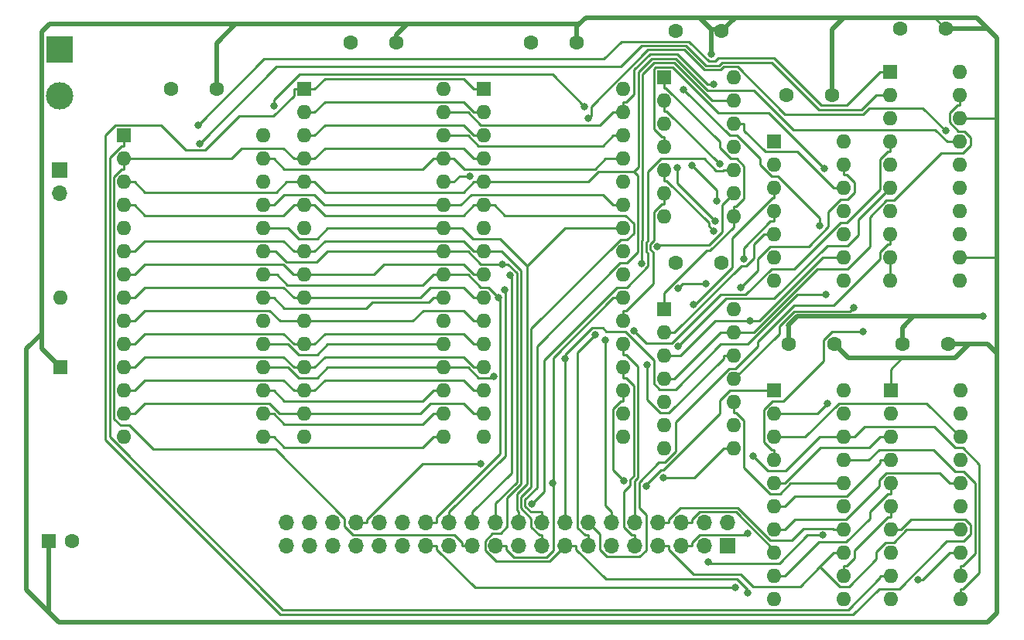
<source format=gbr>
%TF.GenerationSoftware,KiCad,Pcbnew,7.0.10*%
%TF.CreationDate,2024-01-08T21:25:52+01:00*%
%TF.ProjectId,p2000t-ram-expansion-board-1056kb,70323030-3074-42d7-9261-6d2d65787061,rev?*%
%TF.SameCoordinates,Original*%
%TF.FileFunction,Copper,L2,Bot*%
%TF.FilePolarity,Positive*%
%FSLAX46Y46*%
G04 Gerber Fmt 4.6, Leading zero omitted, Abs format (unit mm)*
G04 Created by KiCad (PCBNEW 7.0.10) date 2024-01-08 21:25:52*
%MOMM*%
%LPD*%
G01*
G04 APERTURE LIST*
%TA.AperFunction,ComponentPad*%
%ADD10C,1.600000*%
%TD*%
%TA.AperFunction,ComponentPad*%
%ADD11R,1.600000X1.600000*%
%TD*%
%TA.AperFunction,ComponentPad*%
%ADD12O,1.600000X1.600000*%
%TD*%
%TA.AperFunction,ComponentPad*%
%ADD13R,1.700000X1.700000*%
%TD*%
%TA.AperFunction,ComponentPad*%
%ADD14O,1.700000X1.700000*%
%TD*%
%TA.AperFunction,ComponentPad*%
%ADD15R,3.000000X3.000000*%
%TD*%
%TA.AperFunction,ComponentPad*%
%ADD16C,3.000000*%
%TD*%
%TA.AperFunction,ViaPad*%
%ADD17C,0.800000*%
%TD*%
%TA.AperFunction,Conductor*%
%ADD18C,0.250000*%
%TD*%
%TA.AperFunction,Conductor*%
%ADD19C,0.500000*%
%TD*%
G04 APERTURE END LIST*
D10*
%TO.P,C1,1*%
%TO.N,+5V*%
X43140000Y-30480000D03*
%TO.P,C1,2*%
%TO.N,GND*%
X38140000Y-30480000D03*
%TD*%
D11*
%TO.P,U5,1,G*%
%TO.N,~{IORQ}*%
X116840000Y-28575000D03*
D12*
%TO.P,U5,2,P0*%
%TO.N,A0*%
X116840000Y-31115000D03*
%TO.P,U5,3,R0*%
%TO.N,GND*%
X116840000Y-33655000D03*
%TO.P,U5,4,P1*%
%TO.N,A1*%
X116840000Y-36195000D03*
%TO.P,U5,5,R1*%
%TO.N,GND*%
X116840000Y-38735000D03*
%TO.P,U5,6,P2*%
%TO.N,A2*%
X116840000Y-41275000D03*
%TO.P,U5,7,R2*%
%TO.N,+5V*%
X116840000Y-43815000D03*
%TO.P,U5,8,P3*%
%TO.N,A3*%
X116840000Y-46355000D03*
%TO.P,U5,9,R3*%
%TO.N,GND*%
X116840000Y-48895000D03*
%TO.P,U5,10,GND*%
X116840000Y-51435000D03*
%TO.P,U5,11,P4*%
%TO.N,A4*%
X124460000Y-51435000D03*
%TO.P,U5,12,R4*%
%TO.N,+5V*%
X124460000Y-48895000D03*
%TO.P,U5,13,P5*%
%TO.N,A5*%
X124460000Y-46355000D03*
%TO.P,U5,14,R5*%
%TO.N,GND*%
X124460000Y-43815000D03*
%TO.P,U5,15,P6*%
%TO.N,A6*%
X124460000Y-41275000D03*
%TO.P,U5,16,R6*%
%TO.N,GND*%
X124460000Y-38735000D03*
%TO.P,U5,17,P7*%
%TO.N,A7*%
X124460000Y-36195000D03*
%TO.P,U5,18,R7*%
%TO.N,+5V*%
X124460000Y-33655000D03*
%TO.P,U5,19,P=R*%
%TO.N,~{P=R}*%
X124460000Y-31115000D03*
%TO.P,U5,20,VCC*%
%TO.N,+5V*%
X124460000Y-28575000D03*
%TD*%
D11*
%TO.P,U2,1,A18*%
%TO.N,S5*%
X52705000Y-30480000D03*
D12*
%TO.P,U2,2,A16*%
%TO.N,S3*%
X52705000Y-33020000D03*
%TO.P,U2,3,A14*%
%TO.N,S1*%
X52705000Y-35560000D03*
%TO.P,U2,4,A12*%
%TO.N,A12*%
X52705000Y-38100000D03*
%TO.P,U2,5,A7*%
%TO.N,A7*%
X52705000Y-40640000D03*
%TO.P,U2,6,A6*%
%TO.N,A6*%
X52705000Y-43180000D03*
%TO.P,U2,7,A5*%
%TO.N,A5*%
X52705000Y-45720000D03*
%TO.P,U2,8,A4*%
%TO.N,A4*%
X52705000Y-48260000D03*
%TO.P,U2,9,A3*%
%TO.N,A3*%
X52705000Y-50800000D03*
%TO.P,U2,10,A2*%
%TO.N,A2*%
X52705000Y-53340000D03*
%TO.P,U2,11,A1*%
%TO.N,A1*%
X52705000Y-55880000D03*
%TO.P,U2,12,A0*%
%TO.N,A0*%
X52705000Y-58420000D03*
%TO.P,U2,13,DQ0*%
%TO.N,D0*%
X52705000Y-60960000D03*
%TO.P,U2,14,DQ1*%
%TO.N,D1*%
X52705000Y-63500000D03*
%TO.P,U2,15,DQ2*%
%TO.N,D2*%
X52705000Y-66040000D03*
%TO.P,U2,16,VSS*%
%TO.N,GND*%
X52705000Y-68580000D03*
%TO.P,U2,17,DQ3*%
%TO.N,D3*%
X67945000Y-68580000D03*
%TO.P,U2,18,DQ4*%
%TO.N,D4*%
X67945000Y-66040000D03*
%TO.P,U2,19,DQ5*%
%TO.N,D5*%
X67945000Y-63500000D03*
%TO.P,U2,20,DQ6*%
%TO.N,D6*%
X67945000Y-60960000D03*
%TO.P,U2,21,DQ7*%
%TO.N,D7*%
X67945000Y-58420000D03*
%TO.P,U2,22,CE#*%
%TO.N,~{CS1}*%
X67945000Y-55880000D03*
%TO.P,U2,23,A10*%
%TO.N,A10*%
X67945000Y-53340000D03*
%TO.P,U2,24,OE#*%
%TO.N,~{RD}*%
X67945000Y-50800000D03*
%TO.P,U2,25,A11*%
%TO.N,A11*%
X67945000Y-48260000D03*
%TO.P,U2,26,A9*%
%TO.N,A9*%
X67945000Y-45720000D03*
%TO.P,U2,27,A8*%
%TO.N,A8*%
X67945000Y-43180000D03*
%TO.P,U2,28,A13*%
%TO.N,S0*%
X67945000Y-40640000D03*
%TO.P,U2,29,WE#*%
%TO.N,~{WR}*%
X67945000Y-38100000D03*
%TO.P,U2,30,A17*%
%TO.N,S4*%
X67945000Y-35560000D03*
%TO.P,U2,31,A15*%
%TO.N,S2*%
X67945000Y-33020000D03*
%TO.P,U2,32,VCC*%
%TO.N,+5V*%
X67945000Y-30480000D03*
%TD*%
D10*
%TO.P,C9,1*%
%TO.N,+5V*%
X98345000Y-24130000D03*
%TO.P,C9,2*%
%TO.N,GND*%
X93345000Y-24130000D03*
%TD*%
%TO.P,C2,1*%
%TO.N,+5V*%
X122896000Y-23876000D03*
%TO.P,C2,2*%
%TO.N,GND*%
X117896000Y-23876000D03*
%TD*%
D11*
%TO.P,D1,1,K*%
%TO.N,+5V*%
X26075000Y-60960000D03*
D12*
%TO.P,D1,2,A*%
%TO.N,VCC*%
X26075000Y-53340000D03*
%TD*%
D10*
%TO.P,C5,1*%
%TO.N,+5V*%
X82510000Y-25400000D03*
%TO.P,C5,2*%
%TO.N,GND*%
X77510000Y-25400000D03*
%TD*%
%TO.P,C6,1*%
%TO.N,+5V*%
X62825000Y-25400000D03*
%TO.P,C6,2*%
%TO.N,GND*%
X57825000Y-25400000D03*
%TD*%
D11*
%TO.P,U1,1*%
%TO.N,GND*%
X104140000Y-36195000D03*
D12*
%TO.P,U1,2*%
%TO.N,unconnected-(U1-Pad2)*%
X104140000Y-38735000D03*
%TO.P,U1,3*%
%TO.N,Net-(U1-Pad3)*%
X104140000Y-41275000D03*
%TO.P,U1,4*%
%TO.N,Net-(U7-Cp)*%
X104140000Y-43815000D03*
%TO.P,U1,5*%
%TO.N,~{REN}*%
X104140000Y-46355000D03*
%TO.P,U1,6*%
%TO.N,Net-(U1-Pad6)*%
X104140000Y-48895000D03*
%TO.P,U1,7,GND*%
%TO.N,GND*%
X104140000Y-51435000D03*
%TO.P,U1,8*%
%TO.N,Net-(U1-Pad8)*%
X111760000Y-51435000D03*
%TO.P,U1,9*%
%TO.N,Net-(U1-Pad9)*%
X111760000Y-48895000D03*
%TO.P,U1,10*%
%TO.N,unconnected-(U1-Pad10)*%
X111760000Y-46355000D03*
%TO.P,U1,11*%
%TO.N,GND*%
X111760000Y-43815000D03*
%TO.P,U1,12*%
%TO.N,Net-(U1-Pad12)*%
X111760000Y-41275000D03*
%TO.P,U1,13*%
%TO.N,~{MRQ}*%
X111760000Y-38735000D03*
%TO.P,U1,14,VCC*%
%TO.N,+5V*%
X111760000Y-36195000D03*
%TD*%
D10*
%TO.P,C7,1*%
%TO.N,+5V*%
X110450000Y-31115000D03*
%TO.P,C7,2*%
%TO.N,GND*%
X105450000Y-31115000D03*
%TD*%
D11*
%TO.P,U8,1,A->B*%
%TO.N,+5V*%
X116850000Y-63500000D03*
D12*
%TO.P,U8,2,A0*%
%TO.N,S0*%
X116850000Y-66040000D03*
%TO.P,U8,3,A1*%
%TO.N,S1*%
X116850000Y-68580000D03*
%TO.P,U8,4,A2*%
%TO.N,S2*%
X116850000Y-71120000D03*
%TO.P,U8,5,A3*%
%TO.N,S3*%
X116850000Y-73660000D03*
%TO.P,U8,6,A4*%
%TO.N,S4*%
X116850000Y-76200000D03*
%TO.P,U8,7,A5*%
%TO.N,S5*%
X116850000Y-78740000D03*
%TO.P,U8,8,A6*%
%TO.N,S6*%
X116850000Y-81280000D03*
%TO.P,U8,9,A7*%
%TO.N,S7*%
X116850000Y-83820000D03*
%TO.P,U8,10,GND*%
%TO.N,GND*%
X116850000Y-86360000D03*
%TO.P,U8,11,B7*%
%TO.N,D7*%
X124470000Y-86360000D03*
%TO.P,U8,12,B6*%
%TO.N,D6*%
X124470000Y-83820000D03*
%TO.P,U8,13,B5*%
%TO.N,D5*%
X124470000Y-81280000D03*
%TO.P,U8,14,B4*%
%TO.N,D4*%
X124470000Y-78740000D03*
%TO.P,U8,15,B3*%
%TO.N,D3*%
X124470000Y-76200000D03*
%TO.P,U8,16,B2*%
%TO.N,D2*%
X124470000Y-73660000D03*
%TO.P,U8,17,B1*%
%TO.N,D1*%
X124470000Y-71120000D03*
%TO.P,U8,18,B0*%
%TO.N,D0*%
X124470000Y-68580000D03*
%TO.P,U8,19,CE*%
%TO.N,Net-(U8-CE)*%
X124470000Y-66040000D03*
%TO.P,U8,20,VCC*%
%TO.N,+5V*%
X124470000Y-63500000D03*
%TD*%
D11*
%TO.P,U9,1,A18*%
%TO.N,S5*%
X72385000Y-30480000D03*
D12*
%TO.P,U9,2,A16*%
%TO.N,S3*%
X72385000Y-33020000D03*
%TO.P,U9,3,A14*%
%TO.N,S1*%
X72385000Y-35560000D03*
%TO.P,U9,4,A12*%
%TO.N,A12*%
X72385000Y-38100000D03*
%TO.P,U9,5,A7*%
%TO.N,A7*%
X72385000Y-40640000D03*
%TO.P,U9,6,A6*%
%TO.N,A6*%
X72385000Y-43180000D03*
%TO.P,U9,7,A5*%
%TO.N,A5*%
X72385000Y-45720000D03*
%TO.P,U9,8,A4*%
%TO.N,A4*%
X72385000Y-48260000D03*
%TO.P,U9,9,A3*%
%TO.N,A3*%
X72385000Y-50800000D03*
%TO.P,U9,10,A2*%
%TO.N,A2*%
X72385000Y-53340000D03*
%TO.P,U9,11,A1*%
%TO.N,A1*%
X72385000Y-55880000D03*
%TO.P,U9,12,A0*%
%TO.N,A0*%
X72385000Y-58420000D03*
%TO.P,U9,13,DQ0*%
%TO.N,D0*%
X72385000Y-60960000D03*
%TO.P,U9,14,DQ1*%
%TO.N,D1*%
X72385000Y-63500000D03*
%TO.P,U9,15,DQ2*%
%TO.N,D2*%
X72385000Y-66040000D03*
%TO.P,U9,16,VSS*%
%TO.N,GND*%
X72385000Y-68580000D03*
%TO.P,U9,17,DQ3*%
%TO.N,D3*%
X87625000Y-68580000D03*
%TO.P,U9,18,DQ4*%
%TO.N,D4*%
X87625000Y-66040000D03*
%TO.P,U9,19,DQ5*%
%TO.N,D5*%
X87625000Y-63500000D03*
%TO.P,U9,20,DQ6*%
%TO.N,D6*%
X87625000Y-60960000D03*
%TO.P,U9,21,DQ7*%
%TO.N,D7*%
X87625000Y-58420000D03*
%TO.P,U9,22,CE#*%
%TO.N,~{CS2}*%
X87625000Y-55880000D03*
%TO.P,U9,23,A10*%
%TO.N,A10*%
X87625000Y-53340000D03*
%TO.P,U9,24,OE#*%
%TO.N,~{RD}*%
X87625000Y-50800000D03*
%TO.P,U9,25,A11*%
%TO.N,A11*%
X87625000Y-48260000D03*
%TO.P,U9,26,A9*%
%TO.N,A9*%
X87625000Y-45720000D03*
%TO.P,U9,27,A8*%
%TO.N,A8*%
X87625000Y-43180000D03*
%TO.P,U9,28,A13*%
%TO.N,S0*%
X87625000Y-40640000D03*
%TO.P,U9,29,WE#*%
%TO.N,~{WR}*%
X87625000Y-38100000D03*
%TO.P,U9,30,A17*%
%TO.N,S4*%
X87625000Y-35560000D03*
%TO.P,U9,31,A15*%
%TO.N,S2*%
X87625000Y-33020000D03*
%TO.P,U9,32,VCC*%
%TO.N,+5V*%
X87625000Y-30480000D03*
%TD*%
D11*
%TO.P,C3,1*%
%TO.N,+5V*%
X24805000Y-80010000D03*
D10*
%TO.P,C3,2*%
%TO.N,GND*%
X27305000Y-80010000D03*
%TD*%
%TO.P,C10,1*%
%TO.N,+5V*%
X110704000Y-58420000D03*
%TO.P,C10,2*%
%TO.N,GND*%
X105704000Y-58420000D03*
%TD*%
%TO.P,C4,1*%
%TO.N,+5V*%
X98385000Y-49530000D03*
%TO.P,C4,2*%
%TO.N,GND*%
X93385000Y-49530000D03*
%TD*%
D11*
%TO.P,U4,1,A14*%
%TO.N,S7*%
X33015000Y-35560000D03*
D12*
%TO.P,U4,2,A12*%
%TO.N,A12*%
X33015000Y-38100000D03*
%TO.P,U4,3,A7*%
%TO.N,A7*%
X33015000Y-40640000D03*
%TO.P,U4,4,A6*%
%TO.N,A6*%
X33015000Y-43180000D03*
%TO.P,U4,5,A5*%
%TO.N,A5*%
X33015000Y-45720000D03*
%TO.P,U4,6,A4*%
%TO.N,A4*%
X33015000Y-48260000D03*
%TO.P,U4,7,A3*%
%TO.N,A3*%
X33015000Y-50800000D03*
%TO.P,U4,8,A2*%
%TO.N,A2*%
X33015000Y-53340000D03*
%TO.P,U4,9,A1*%
%TO.N,A1*%
X33015000Y-55880000D03*
%TO.P,U4,10,A0*%
%TO.N,A0*%
X33015000Y-58420000D03*
%TO.P,U4,11,Q0*%
%TO.N,D0*%
X33015000Y-60960000D03*
%TO.P,U4,12,Q1*%
%TO.N,D1*%
X33015000Y-63500000D03*
%TO.P,U4,13,Q2*%
%TO.N,D2*%
X33015000Y-66040000D03*
%TO.P,U4,14,GND*%
%TO.N,GND*%
X33015000Y-68580000D03*
%TO.P,U4,15,Q3*%
%TO.N,D3*%
X48255000Y-68580000D03*
%TO.P,U4,16,Q4*%
%TO.N,D4*%
X48255000Y-66040000D03*
%TO.P,U4,17,Q5*%
%TO.N,D5*%
X48255000Y-63500000D03*
%TO.P,U4,18,Q6*%
%TO.N,D6*%
X48255000Y-60960000D03*
%TO.P,U4,19,Q7*%
%TO.N,D7*%
X48255000Y-58420000D03*
%TO.P,U4,20,~{CS}*%
%TO.N,~{CS3}*%
X48255000Y-55880000D03*
%TO.P,U4,21,A10*%
%TO.N,A10*%
X48255000Y-53340000D03*
%TO.P,U4,22,~{OE}*%
%TO.N,~{RD}*%
X48255000Y-50800000D03*
%TO.P,U4,23,A11*%
%TO.N,A11*%
X48255000Y-48260000D03*
%TO.P,U4,24,A9*%
%TO.N,A9*%
X48255000Y-45720000D03*
%TO.P,U4,25,A8*%
%TO.N,A8*%
X48255000Y-43180000D03*
%TO.P,U4,26,A13*%
%TO.N,A13*%
X48255000Y-40640000D03*
%TO.P,U4,27,~{WE}*%
%TO.N,~{WR}*%
X48255000Y-38100000D03*
%TO.P,U4,28,VCC*%
%TO.N,+5V*%
X48255000Y-35560000D03*
%TD*%
D13*
%TO.P,J2,1,Pin_1*%
%TO.N,GND*%
X25925000Y-39380000D03*
D14*
%TO.P,J2,2,Pin_2*%
%TO.N,VCC*%
X25925000Y-41920000D03*
%TD*%
D11*
%TO.P,U6,1*%
%TO.N,Net-(U3-Pad1)*%
X92085000Y-54605000D03*
D12*
%TO.P,U6,2*%
%TO.N,~{REN}*%
X92085000Y-57145000D03*
%TO.P,U6,3*%
%TO.N,Net-(U1-Pad9)*%
X92085000Y-59685000D03*
%TO.P,U6,4*%
%TO.N,~{P=R}*%
X92085000Y-62225000D03*
%TO.P,U6,5*%
%TO.N,~{WR}*%
X92085000Y-64765000D03*
%TO.P,U6,6*%
%TO.N,Net-(U1-Pad3)*%
X92085000Y-67305000D03*
%TO.P,U6,7,GND*%
%TO.N,GND*%
X92085000Y-69845000D03*
%TO.P,U6,8*%
%TO.N,~{CS1}*%
X99705000Y-69845000D03*
%TO.P,U6,9*%
%TO.N,Net-(U1-Pad9)*%
X99705000Y-67305000D03*
%TO.P,U6,10*%
%TO.N,S6*%
X99705000Y-64765000D03*
%TO.P,U6,11*%
%TO.N,Net-(U8-CE)*%
X99705000Y-62225000D03*
%TO.P,U6,12*%
%TO.N,~{RD}*%
X99705000Y-59685000D03*
%TO.P,U6,13*%
%TO.N,~{P=R}*%
X99705000Y-57145000D03*
%TO.P,U6,14,VCC*%
%TO.N,+5V*%
X99705000Y-54605000D03*
%TD*%
D10*
%TO.P,C8,1*%
%TO.N,+5V*%
X123150000Y-58420000D03*
%TO.P,C8,2*%
%TO.N,GND*%
X118150000Y-58420000D03*
%TD*%
D15*
%TO.P,J3,1,Pin_1*%
%TO.N,GND*%
X25925000Y-26172000D03*
D16*
%TO.P,J3,2,Pin_2*%
%TO.N,VCC*%
X25925000Y-31252000D03*
%TD*%
D11*
%TO.P,U3,1*%
%TO.N,Net-(U3-Pad1)*%
X92075000Y-29210000D03*
D12*
%TO.P,U3,2*%
%TO.N,Net-(U1-Pad6)*%
X92075000Y-31750000D03*
%TO.P,U3,3*%
%TO.N,~{CS3}*%
X92075000Y-34290000D03*
%TO.P,U3,4*%
%TO.N,Net-(U1-Pad8)*%
X92075000Y-36830000D03*
%TO.P,U3,5*%
%TO.N,S6*%
X92075000Y-39370000D03*
%TO.P,U3,6*%
%TO.N,~{CS2}*%
X92075000Y-41910000D03*
%TO.P,U3,7,GND*%
%TO.N,GND*%
X92075000Y-44450000D03*
%TO.P,U3,8*%
%TO.N,Net-(U3-Pad1)*%
X99695000Y-44450000D03*
%TO.P,U3,9*%
%TO.N,A13*%
X99695000Y-41910000D03*
%TO.P,U3,10*%
%TO.N,A14*%
X99695000Y-39370000D03*
%TO.P,U3,11*%
%TO.N,~{REN}*%
X99695000Y-36830000D03*
%TO.P,U3,12*%
%TO.N,Net-(U1-Pad12)*%
X99695000Y-34290000D03*
%TO.P,U3,13*%
%TO.N,RAMS2*%
X99695000Y-31750000D03*
%TO.P,U3,14,VCC*%
%TO.N,+5V*%
X99695000Y-29210000D03*
%TD*%
D11*
%TO.P,U7,1,~{Mr}*%
%TO.N,~{RES}*%
X104140000Y-63500000D03*
D12*
%TO.P,U7,2,Q0*%
%TO.N,S0*%
X104140000Y-66040000D03*
%TO.P,U7,3,D0*%
%TO.N,D0*%
X104140000Y-68580000D03*
%TO.P,U7,4,D1*%
%TO.N,D1*%
X104140000Y-71120000D03*
%TO.P,U7,5,Q1*%
%TO.N,S1*%
X104140000Y-73660000D03*
%TO.P,U7,6,Q2*%
%TO.N,S2*%
X104140000Y-76200000D03*
%TO.P,U7,7,D2*%
%TO.N,D2*%
X104140000Y-78740000D03*
%TO.P,U7,8,D3*%
%TO.N,D3*%
X104140000Y-81280000D03*
%TO.P,U7,9,Q3*%
%TO.N,S3*%
X104140000Y-83820000D03*
%TO.P,U7,10,GND*%
%TO.N,GND*%
X104140000Y-86360000D03*
%TO.P,U7,11,Cp*%
%TO.N,Net-(U7-Cp)*%
X111760000Y-86360000D03*
%TO.P,U7,12,Q4*%
%TO.N,S4*%
X111760000Y-83820000D03*
%TO.P,U7,13,D4*%
%TO.N,D4*%
X111760000Y-81280000D03*
%TO.P,U7,14,D5*%
%TO.N,D5*%
X111760000Y-78740000D03*
%TO.P,U7,15,Q5*%
%TO.N,S5*%
X111760000Y-76200000D03*
%TO.P,U7,16,Q6*%
%TO.N,S6*%
X111760000Y-73660000D03*
%TO.P,U7,17,D6*%
%TO.N,D6*%
X111760000Y-71120000D03*
%TO.P,U7,18,D7*%
%TO.N,D7*%
X111760000Y-68580000D03*
%TO.P,U7,19,Q7*%
%TO.N,S7*%
X111760000Y-66040000D03*
%TO.P,U7,20,VCC*%
%TO.N,+5V*%
X111760000Y-63500000D03*
%TD*%
D13*
%TO.P,J1,1,Pin_1*%
%TO.N,GND*%
X99055000Y-80518000D03*
D14*
%TO.P,J1,2,Pin_2*%
%TO.N,unconnected-(J1-Pin_2-Pad2)*%
X99055000Y-77978000D03*
%TO.P,J1,3,Pin_3*%
%TO.N,D0*%
X96515000Y-80518000D03*
%TO.P,J1,4,Pin_4*%
%TO.N,D1*%
X96515000Y-77978000D03*
%TO.P,J1,5,Pin_5*%
%TO.N,D2*%
X93975000Y-80518000D03*
%TO.P,J1,6,Pin_6*%
%TO.N,D3*%
X93975000Y-77978000D03*
%TO.P,J1,7,Pin_7*%
%TO.N,D4*%
X91435000Y-80518000D03*
%TO.P,J1,8,Pin_8*%
%TO.N,D5*%
X91435000Y-77978000D03*
%TO.P,J1,9,Pin_9*%
%TO.N,D6*%
X88895000Y-80518000D03*
%TO.P,J1,10,Pin_10*%
%TO.N,D7*%
X88895000Y-77978000D03*
%TO.P,J1,11,Pin_11*%
%TO.N,A0*%
X86355000Y-80518000D03*
%TO.P,J1,12,Pin_12*%
%TO.N,A1*%
X86355000Y-77978000D03*
%TO.P,J1,13,Pin_13*%
%TO.N,A2*%
X83815000Y-80518000D03*
%TO.P,J1,14,Pin_14*%
%TO.N,A3*%
X83815000Y-77978000D03*
%TO.P,J1,15,Pin_15*%
%TO.N,A4*%
X81275000Y-80518000D03*
%TO.P,J1,16,Pin_16*%
%TO.N,A5*%
X81275000Y-77978000D03*
%TO.P,J1,17,Pin_17*%
%TO.N,A6*%
X78735000Y-80518000D03*
%TO.P,J1,18,Pin_18*%
%TO.N,A7*%
X78735000Y-77978000D03*
%TO.P,J1,19,Pin_19*%
%TO.N,A8*%
X76195000Y-80518000D03*
%TO.P,J1,20,Pin_20*%
%TO.N,A9*%
X76195000Y-77978000D03*
%TO.P,J1,21,Pin_21*%
%TO.N,A10*%
X73655000Y-80518000D03*
%TO.P,J1,22,Pin_22*%
%TO.N,A11*%
X73655000Y-77978000D03*
%TO.P,J1,23,Pin_23*%
%TO.N,A12*%
X71115000Y-80518000D03*
%TO.P,J1,24,Pin_24*%
%TO.N,A13*%
X71115000Y-77978000D03*
%TO.P,J1,25,Pin_25*%
%TO.N,A14*%
X68575000Y-80518000D03*
%TO.P,J1,26,Pin_26*%
%TO.N,RAMS2*%
X68575000Y-77978000D03*
%TO.P,J1,27,Pin_27*%
%TO.N,~{MRQ}*%
X66035000Y-80518000D03*
%TO.P,J1,28,Pin_28*%
%TO.N,~{RD}*%
X66035000Y-77978000D03*
%TO.P,J1,29,Pin_29*%
%TO.N,unconnected-(J1-Pin_29-Pad29)*%
X63495000Y-80518000D03*
%TO.P,J1,30,Pin_30*%
%TO.N,~{WR}*%
X63495000Y-77978000D03*
%TO.P,J1,31,Pin_31*%
%TO.N,~{IORQ}*%
X60955000Y-80518000D03*
%TO.P,J1,32,Pin_32*%
%TO.N,unconnected-(J1-Pin_32-Pad32)*%
X60955000Y-77978000D03*
%TO.P,J1,33,Pin_33*%
%TO.N,unconnected-(J1-Pin_33-Pad33)*%
X58415000Y-80518000D03*
%TO.P,J1,34,Pin_34*%
%TO.N,~{RES}*%
X58415000Y-77978000D03*
%TO.P,J1,35,Pin_35*%
%TO.N,unconnected-(J1-Pin_35-Pad35)*%
X55875000Y-80518000D03*
%TO.P,J1,36,Pin_36*%
%TO.N,unconnected-(J1-Pin_36-Pad36)*%
X55875000Y-77978000D03*
%TO.P,J1,37,Pin_37*%
%TO.N,unconnected-(J1-Pin_37-Pad37)*%
X53335000Y-80518000D03*
%TO.P,J1,38,Pin_38*%
%TO.N,unconnected-(J1-Pin_38-Pad38)*%
X53335000Y-77978000D03*
%TO.P,J1,39,Pin_39*%
%TO.N,unconnected-(J1-Pin_39-Pad39)*%
X50795000Y-80518000D03*
%TO.P,J1,40,Pin_40*%
%TO.N,unconnected-(J1-Pin_40-Pad40)*%
X50795000Y-77978000D03*
%TD*%
D17*
%TO.N,Net-(U8-CE)*%
X112804100Y-54392700D03*
%TO.N,~{CS3}*%
X49439400Y-32315500D03*
X83377800Y-32369400D03*
%TO.N,S4*%
X93505600Y-39075500D03*
X97680700Y-44962400D03*
%TO.N,Net-(U1-Pad3)*%
X95274500Y-54050900D03*
%TO.N,S6*%
X97508900Y-45997700D03*
%TO.N,Net-(U1-Pad9)*%
X101507300Y-55849700D03*
%TO.N,S0*%
X109946000Y-64914700D03*
X70856200Y-40001500D03*
X93636100Y-52310400D03*
X96691600Y-51799300D03*
%TO.N,S3*%
X94194000Y-30510200D03*
X109086100Y-45440800D03*
%TO.N,Net-(U1-Pad8)*%
X109591500Y-39199000D03*
%TO.N,Net-(U1-Pad6)*%
X98151400Y-38678200D03*
%TO.N,Net-(U7-Cp)*%
X100785300Y-49083500D03*
%TO.N,~{CS1}*%
X91964200Y-73005000D03*
%TO.N,+5V*%
X97282000Y-26670000D03*
%TO.N,S2*%
X97463300Y-29906300D03*
%TO.N,S1*%
X95119200Y-38803100D03*
X97857800Y-42719300D03*
%TO.N,GND*%
X127000000Y-55372000D03*
%TO.N,~{RES}*%
X71996600Y-71548000D03*
X90096000Y-73960900D03*
%TO.N,~{IORQ}*%
X41087900Y-34399300D03*
%TO.N,~{RD}*%
X73966300Y-53333600D03*
X90232000Y-60674800D03*
%TO.N,~{MRQ}*%
X99905600Y-85083800D03*
X100468400Y-52218200D03*
%TO.N,RAMS2*%
X74636200Y-52506000D03*
X89583800Y-49598600D03*
%TO.N,A14*%
X77594400Y-75882700D03*
%TO.N,A13*%
X75214800Y-50872600D03*
X91290500Y-47751800D03*
%TO.N,A11*%
X74388800Y-49642400D03*
%TO.N,A10*%
X79867600Y-73631200D03*
%TO.N,A6*%
X122932900Y-35064700D03*
X83792900Y-33698600D03*
%TO.N,A5*%
X81275000Y-60035100D03*
X109815500Y-52978300D03*
%TO.N,A4*%
X101188600Y-85650800D03*
%TO.N,A2*%
X93634600Y-58607000D03*
X84551700Y-57363600D03*
%TO.N,A1*%
X85635700Y-57940900D03*
X88789700Y-56946200D03*
%TO.N,A0*%
X41275700Y-36447900D03*
%TO.N,D7*%
X101840100Y-70681500D03*
%TO.N,D6*%
X96932100Y-82228900D03*
X109404500Y-79335000D03*
X73412600Y-61952600D03*
%TO.N,D5*%
X87668700Y-73383400D03*
X119827600Y-84226800D03*
%TO.N,D2*%
X101187500Y-79116600D03*
%TO.N,D1*%
X113840800Y-57028200D03*
%TD*%
D18*
%TO.N,Net-(U8-CE)*%
X112400200Y-54796600D02*
X112804100Y-54392700D01*
X106344700Y-54796600D02*
X112400200Y-54796600D01*
X104657600Y-56483700D02*
X106344700Y-54796600D01*
X104657600Y-57272400D02*
X104657600Y-56483700D01*
X99705000Y-62225000D02*
X104657600Y-57272400D01*
%TO.N,~{P=R}*%
X99142400Y-57145000D02*
X98579700Y-57145000D01*
X98290300Y-57145000D02*
X93210300Y-62225000D01*
X98579700Y-57145000D02*
X98290300Y-57145000D01*
X92085000Y-62225000D02*
X93210300Y-62225000D01*
X99142400Y-57145000D02*
X99705000Y-57145000D01*
X124460000Y-31115000D02*
X124460000Y-32240300D01*
X99705000Y-57145000D02*
X100830300Y-57145000D01*
X101874900Y-57145000D02*
X100830300Y-57145000D01*
X108854900Y-50165000D02*
X101874900Y-57145000D01*
X112120500Y-50165000D02*
X108854900Y-50165000D01*
X114588500Y-47697000D02*
X112120500Y-50165000D01*
X114588500Y-44467500D02*
X114588500Y-47697000D01*
X116415500Y-42640500D02*
X114588500Y-44467500D01*
X117225000Y-42640500D02*
X116415500Y-42640500D01*
X122400500Y-37465000D02*
X117225000Y-42640500D01*
X124781700Y-37465000D02*
X122400500Y-37465000D01*
X125612700Y-36634000D02*
X124781700Y-37465000D01*
X125612700Y-35749800D02*
X125612700Y-36634000D01*
X124932500Y-35069600D02*
X125612700Y-35749800D01*
X124281900Y-35069600D02*
X124932500Y-35069600D01*
X123334700Y-34122400D02*
X124281900Y-35069600D01*
X123334700Y-33084200D02*
X123334700Y-34122400D01*
X124178600Y-32240300D02*
X123334700Y-33084200D01*
X124460000Y-32240300D02*
X124178600Y-32240300D01*
%TO.N,S7*%
X115724700Y-83986800D02*
X115724700Y-83820000D01*
X112188300Y-87523200D02*
X115724700Y-83986800D01*
X50366700Y-87523200D02*
X112188300Y-87523200D01*
X31416500Y-68573000D02*
X50366700Y-87523200D01*
X31416500Y-38002500D02*
X31416500Y-68573000D01*
X32733700Y-36685300D02*
X31416500Y-38002500D01*
X33015000Y-36685300D02*
X32733700Y-36685300D01*
X33015000Y-35560000D02*
X33015000Y-36685300D01*
X116850000Y-83820000D02*
X115724700Y-83820000D01*
%TO.N,~{CS3}*%
X49439400Y-31662700D02*
X49439400Y-32315500D01*
X52232300Y-28869800D02*
X49439400Y-31662700D01*
X79878200Y-28869800D02*
X52232300Y-28869800D01*
X83377800Y-32369400D02*
X79878200Y-28869800D01*
%TO.N,S4*%
X112041400Y-82694700D02*
X111760000Y-82694700D01*
X112885300Y-81850800D02*
X112041400Y-82694700D01*
X112885300Y-81008600D02*
X112885300Y-81850800D01*
X116568600Y-77325300D02*
X112885300Y-81008600D01*
X116850000Y-77325300D02*
X116568600Y-77325300D01*
X116850000Y-76200000D02*
X116850000Y-77325300D01*
X111760000Y-83820000D02*
X111760000Y-82694700D01*
X70622800Y-35560000D02*
X67945000Y-35560000D01*
X71756000Y-36693200D02*
X70622800Y-35560000D01*
X85366500Y-36693200D02*
X71756000Y-36693200D01*
X86499700Y-35560000D02*
X85366500Y-36693200D01*
X87625000Y-35560000D02*
X86499700Y-35560000D01*
X93505600Y-40787300D02*
X93505600Y-39075500D01*
X97680700Y-44962400D02*
X93505600Y-40787300D01*
%TO.N,Net-(U1-Pad3)*%
X104140000Y-41275000D02*
X104140000Y-42400300D01*
X95466300Y-54050900D02*
X95274500Y-54050900D01*
X99543000Y-49974200D02*
X95466300Y-54050900D01*
X99543000Y-46820400D02*
X99543000Y-49974200D01*
X103963100Y-42400300D02*
X99543000Y-46820400D01*
X104140000Y-42400300D02*
X103963100Y-42400300D01*
%TO.N,Net-(U1-Pad12)*%
X106680100Y-37320400D02*
X110634700Y-41275000D01*
X103147400Y-37320400D02*
X106680100Y-37320400D01*
X100820300Y-34993300D02*
X103147400Y-37320400D01*
X100820300Y-34290000D02*
X100820300Y-34993300D01*
X99695000Y-34290000D02*
X100820300Y-34290000D01*
X111760000Y-41275000D02*
X110634700Y-41275000D01*
%TO.N,S5*%
X116850000Y-78740000D02*
X117975300Y-78740000D01*
X52705000Y-30480000D02*
X51579700Y-30480000D01*
X54955600Y-29354700D02*
X53830300Y-30480000D01*
X70134400Y-29354700D02*
X54955600Y-29354700D01*
X71259700Y-30480000D02*
X70134400Y-29354700D01*
X72385000Y-30480000D02*
X71259700Y-30480000D01*
X52705000Y-30480000D02*
X53830300Y-30480000D01*
X51579700Y-31201000D02*
X51579700Y-30480000D01*
X49347800Y-33432900D02*
X51579700Y-31201000D01*
X45586400Y-33432900D02*
X49347800Y-33432900D01*
X41845500Y-37173800D02*
X45586400Y-33432900D01*
X39753800Y-37173800D02*
X41845500Y-37173800D01*
X37014600Y-34434600D02*
X39753800Y-37173800D01*
X32046500Y-34434600D02*
X37014600Y-34434600D01*
X30966100Y-35515000D02*
X32046500Y-34434600D01*
X30966100Y-68888300D02*
X30966100Y-35515000D01*
X50118300Y-88040500D02*
X30966100Y-68888300D01*
X112774900Y-88040500D02*
X50118300Y-88040500D01*
X115580800Y-85234600D02*
X112774900Y-88040500D01*
X117794100Y-85234600D02*
X115580800Y-85234600D01*
X123018700Y-80010000D02*
X117794100Y-85234600D01*
X124810100Y-80010000D02*
X123018700Y-80010000D01*
X125616800Y-79203300D02*
X124810100Y-80010000D01*
X125616800Y-78242800D02*
X125616800Y-79203300D01*
X124988700Y-77614700D02*
X125616800Y-78242800D01*
X119100600Y-77614700D02*
X124988700Y-77614700D01*
X117975300Y-78740000D02*
X119100600Y-77614700D01*
%TO.N,S6*%
X92075000Y-39370000D02*
X92075000Y-40495300D01*
X105902200Y-73660000D02*
X111760000Y-73660000D01*
X104769000Y-74793200D02*
X105902200Y-73660000D01*
X103681600Y-74793200D02*
X104769000Y-74793200D01*
X100830300Y-71941900D02*
X103681600Y-74793200D01*
X100830300Y-66734200D02*
X100830300Y-71941900D01*
X99986400Y-65890300D02*
X100830300Y-66734200D01*
X99705000Y-65890300D02*
X99986400Y-65890300D01*
X99705000Y-64765000D02*
X99705000Y-65890300D01*
X96955400Y-45444200D02*
X97508900Y-45997700D01*
X96955400Y-45132600D02*
X96955400Y-45444200D01*
X92318100Y-40495300D02*
X96955400Y-45132600D01*
X92075000Y-40495300D02*
X92318100Y-40495300D01*
%TO.N,Net-(U1-Pad9)*%
X92085000Y-59685000D02*
X93210300Y-59685000D01*
X93847100Y-59685000D02*
X93210300Y-59685000D01*
X97682400Y-55849700D02*
X93847100Y-59685000D01*
X101507300Y-55849700D02*
X97682400Y-55849700D01*
X102464000Y-55849700D02*
X101507300Y-55849700D01*
X109418700Y-48895000D02*
X102464000Y-55849700D01*
X111760000Y-48895000D02*
X109418700Y-48895000D01*
%TO.N,S0*%
X104140000Y-66040000D02*
X105265300Y-66040000D01*
X108820700Y-66040000D02*
X109946000Y-64914700D01*
X105265300Y-66040000D02*
X108820700Y-66040000D01*
X67945000Y-40640000D02*
X69070300Y-40640000D01*
X69708800Y-40001500D02*
X70856200Y-40001500D01*
X69070300Y-40640000D02*
X69708800Y-40001500D01*
X94147200Y-51799300D02*
X96691600Y-51799300D01*
X93636100Y-52310400D02*
X94147200Y-51799300D01*
%TO.N,S3*%
X116850000Y-73660000D02*
X116850000Y-74785300D01*
X104140000Y-83820000D02*
X105265300Y-83820000D01*
X54955600Y-31894700D02*
X53830300Y-33020000D01*
X70134400Y-31894700D02*
X54955600Y-31894700D01*
X71259700Y-33020000D02*
X70134400Y-31894700D01*
X72385000Y-33020000D02*
X71259700Y-33020000D01*
X52705000Y-33020000D02*
X53830300Y-33020000D01*
X116568600Y-74785300D02*
X116850000Y-74785300D01*
X114581200Y-76772700D02*
X116568600Y-74785300D01*
X114581200Y-77510400D02*
X114581200Y-76772700D01*
X111991300Y-80100300D02*
X114581200Y-77510400D01*
X108985000Y-80100300D02*
X111991300Y-80100300D01*
X105265300Y-83820000D02*
X108985000Y-80100300D01*
X99243800Y-35560000D02*
X94194000Y-30510200D01*
X100068300Y-35560000D02*
X99243800Y-35560000D01*
X102550900Y-38042600D02*
X100068300Y-35560000D01*
X102550900Y-38749100D02*
X102550900Y-38042600D01*
X103806800Y-40005000D02*
X102550900Y-38749100D01*
X104536100Y-40005000D02*
X103806800Y-40005000D01*
X109086100Y-44555000D02*
X104536100Y-40005000D01*
X109086100Y-45440800D02*
X109086100Y-44555000D01*
%TO.N,Net-(U3-Pad1)*%
X99695000Y-44450000D02*
X99695000Y-45575300D01*
X92075000Y-29210000D02*
X92075000Y-30335300D01*
X99695000Y-44450000D02*
X99695000Y-43324700D01*
X92085000Y-54605000D02*
X92085000Y-53479700D01*
X97097100Y-48173200D02*
X99695000Y-45575300D01*
X96729100Y-48173200D02*
X97097100Y-48173200D01*
X92085000Y-52817300D02*
X96729100Y-48173200D01*
X92085000Y-53479700D02*
X92085000Y-52817300D01*
X92264700Y-30335300D02*
X92075000Y-30335300D01*
X98165200Y-36235800D02*
X92264700Y-30335300D01*
X98165200Y-36892300D02*
X98165200Y-36235800D01*
X99372900Y-38100000D02*
X98165200Y-36892300D01*
X100022400Y-38100000D02*
X99372900Y-38100000D01*
X100820300Y-38897900D02*
X100022400Y-38100000D01*
X100820300Y-42480800D02*
X100820300Y-38897900D01*
X99976400Y-43324700D02*
X100820300Y-42480800D01*
X99695000Y-43324700D02*
X99976400Y-43324700D01*
%TO.N,Net-(U1-Pad8)*%
X92075000Y-36830000D02*
X92075000Y-35704700D01*
X103486400Y-33093900D02*
X109591500Y-39199000D01*
X98033100Y-33093900D02*
X103486400Y-33093900D01*
X93014200Y-28075000D02*
X98033100Y-33093900D01*
X91125200Y-28075000D02*
X93014200Y-28075000D01*
X90949700Y-28250500D02*
X91125200Y-28075000D01*
X90949700Y-34860800D02*
X90949700Y-28250500D01*
X91793600Y-35704700D02*
X90949700Y-34860800D01*
X92075000Y-35704700D02*
X91793600Y-35704700D01*
%TO.N,Net-(U1-Pad6)*%
X92075000Y-31750000D02*
X92075000Y-32875300D01*
X92348500Y-32875300D02*
X98151400Y-38678200D01*
X92075000Y-32875300D02*
X92348500Y-32875300D01*
%TO.N,Net-(U7-Cp)*%
X104140000Y-43815000D02*
X104140000Y-44940300D01*
X100785300Y-47873000D02*
X100785300Y-49083500D01*
X103718000Y-44940300D02*
X100785300Y-47873000D01*
X104140000Y-44940300D02*
X103718000Y-44940300D01*
%TO.N,~{REN}*%
X104140000Y-46355000D02*
X103014700Y-46355000D01*
X92085000Y-57145000D02*
X93210300Y-57145000D01*
X101861300Y-47508400D02*
X103014700Y-46355000D01*
X101861300Y-49033300D02*
X101861300Y-47508400D01*
X101085800Y-49808800D02*
X101861300Y-49033300D01*
X100546500Y-49808800D02*
X101085800Y-49808800D01*
X93210300Y-57145000D02*
X100546500Y-49808800D01*
%TO.N,~{CS1}*%
X99705000Y-69845000D02*
X98579700Y-69845000D01*
X95419700Y-73005000D02*
X91964200Y-73005000D01*
X98579700Y-69845000D02*
X95419700Y-73005000D01*
D19*
%TO.N,+5V*%
X98111000Y-23896000D02*
X98345000Y-24130000D01*
X97282000Y-23896000D02*
X98111000Y-23896000D01*
X126258000Y-22626000D02*
X121646000Y-22626000D01*
X127508000Y-23876000D02*
X126258000Y-22626000D01*
X83546000Y-22626000D02*
X82804000Y-23368000D01*
X127508000Y-23876000D02*
X122896000Y-23876000D01*
X97282000Y-23896000D02*
X97282000Y-26670000D01*
X82804000Y-23368000D02*
X64008000Y-23368000D01*
X110450000Y-23936000D02*
X110450000Y-31115000D01*
X111760000Y-22626000D02*
X110450000Y-23936000D01*
X99849000Y-22626000D02*
X96012000Y-22626000D01*
X23975000Y-58860000D02*
X26075000Y-60960000D01*
X23975000Y-57305000D02*
X23975000Y-58860000D01*
X120904000Y-22626000D02*
X111760000Y-22626000D01*
D18*
X121646000Y-22626000D02*
X120904000Y-22626000D01*
D19*
X43140000Y-25440000D02*
X43140000Y-30480000D01*
X45212000Y-23368000D02*
X43140000Y-25440000D01*
X23975000Y-24222000D02*
X23975000Y-56388000D01*
X24829000Y-23368000D02*
X23975000Y-24222000D01*
X45212000Y-23368000D02*
X24829000Y-23368000D01*
X62825000Y-24551000D02*
X62825000Y-25400000D01*
X64008000Y-23368000D02*
X62825000Y-24551000D01*
X99849000Y-22626000D02*
X98345000Y-24130000D01*
X125476000Y-58420000D02*
X123150000Y-58420000D01*
X64008000Y-23368000D02*
X45212000Y-23368000D01*
X96012000Y-22626000D02*
X83546000Y-22626000D01*
X24805000Y-80010000D02*
X24805000Y-87797000D01*
X96012000Y-22626000D02*
X97282000Y-23896000D01*
X111760000Y-22626000D02*
X99849000Y-22626000D01*
X128524000Y-87884000D02*
X128524000Y-59436000D01*
X127508000Y-88900000D02*
X128524000Y-87884000D01*
X25908000Y-88900000D02*
X127508000Y-88900000D01*
X24805000Y-87797000D02*
X25908000Y-88900000D01*
D18*
X122896000Y-23876000D02*
X121646000Y-22626000D01*
D19*
X127508000Y-58420000D02*
X125476000Y-58420000D01*
X128524000Y-59436000D02*
X127508000Y-58420000D01*
X121646000Y-22626000D02*
X120904000Y-22626000D01*
X83546000Y-22626000D02*
X82804000Y-23368000D01*
X82510000Y-23662000D02*
X82510000Y-25400000D01*
X82804000Y-23368000D02*
X82510000Y-23662000D01*
X23975000Y-56388000D02*
X23975000Y-57305000D01*
X22352000Y-58928000D02*
X23975000Y-57305000D01*
X22352000Y-85344000D02*
X22352000Y-58928000D01*
X24805000Y-87797000D02*
X22352000Y-85344000D01*
X23975000Y-57305000D02*
X23975000Y-56388000D01*
X128524000Y-59436000D02*
X128524000Y-48895000D01*
D18*
X128524000Y-48895000D02*
X124460000Y-48895000D01*
D19*
X128524000Y-48895000D02*
X128524000Y-33654900D01*
X128524000Y-24892000D02*
X127508000Y-23876000D01*
X128524000Y-33654900D02*
X128524000Y-24892000D01*
D18*
X125585300Y-33654900D02*
X125585300Y-33655000D01*
X128524000Y-33654900D02*
X125585300Y-33654900D01*
X124460000Y-33655000D02*
X125585300Y-33655000D01*
D19*
X123952000Y-59944000D02*
X118090000Y-59944000D01*
X125476000Y-58420000D02*
X123952000Y-59944000D01*
X112228000Y-59944000D02*
X110704000Y-58420000D01*
X118090000Y-59944000D02*
X112228000Y-59944000D01*
D18*
X116850000Y-61184000D02*
X116850000Y-63500000D01*
X118090000Y-59944000D02*
X116850000Y-61184000D01*
%TO.N,S2*%
X70622800Y-33020000D02*
X67945000Y-33020000D01*
X72037400Y-34434600D02*
X70622800Y-33020000D01*
X85085100Y-34434600D02*
X72037400Y-34434600D01*
X86499700Y-33020000D02*
X85085100Y-34434600D01*
X106390600Y-75074700D02*
X105265300Y-76200000D01*
X112051300Y-75074700D02*
X106390600Y-75074700D01*
X115724700Y-71401300D02*
X112051300Y-75074700D01*
X115724700Y-71120000D02*
X115724700Y-71401300D01*
X116850000Y-71120000D02*
X115724700Y-71120000D01*
X104140000Y-76200000D02*
X105265300Y-76200000D01*
X87062400Y-33020000D02*
X86499700Y-33020000D01*
X87062400Y-33020000D02*
X87625000Y-33020000D01*
X87625000Y-33020000D02*
X87625000Y-31894700D01*
X96783400Y-29906300D02*
X97463300Y-29906300D01*
X93491400Y-26614300D02*
X96783400Y-29906300D01*
X90513200Y-26614300D02*
X93491400Y-26614300D01*
X88750300Y-28377200D02*
X90513200Y-26614300D01*
X88750300Y-31050800D02*
X88750300Y-28377200D01*
X87906400Y-31894700D02*
X88750300Y-31050800D01*
X87625000Y-31894700D02*
X87906400Y-31894700D01*
%TO.N,S1*%
X70134400Y-34434700D02*
X71259700Y-35560000D01*
X54955600Y-34434700D02*
X70134400Y-34434700D01*
X53830300Y-35560000D02*
X54955600Y-34434700D01*
X52705000Y-35560000D02*
X53830300Y-35560000D01*
X72385000Y-35560000D02*
X71259700Y-35560000D01*
X104140000Y-73660000D02*
X105265300Y-73660000D01*
X116850000Y-68580000D02*
X115724700Y-68580000D01*
X114545000Y-69759700D02*
X115724700Y-68580000D01*
X114545000Y-69759800D02*
X114545000Y-69759700D01*
X109165500Y-69759800D02*
X114545000Y-69759800D01*
X105265300Y-73660000D02*
X109165500Y-69759800D01*
X97857800Y-41541700D02*
X97857800Y-42719300D01*
X95119200Y-38803100D02*
X97857800Y-41541700D01*
D19*
%TO.N,GND*%
X118150000Y-56602000D02*
X118150000Y-58420000D01*
X119380000Y-55372000D02*
X118150000Y-56602000D01*
X127000000Y-55372000D02*
X119380000Y-55372000D01*
X105704000Y-56428000D02*
X105704000Y-58420000D01*
X105664000Y-56388000D02*
X105704000Y-56428000D01*
X106680000Y-55372000D02*
X105664000Y-56388000D01*
X119380000Y-55372000D02*
X106680000Y-55372000D01*
D18*
X116840000Y-51435000D02*
X116840000Y-48895000D01*
%TO.N,~{CS2}*%
X92075000Y-41910000D02*
X92075000Y-43035300D01*
X87625000Y-55880000D02*
X87625000Y-54754700D01*
X87906300Y-54754700D02*
X87625000Y-54754700D01*
X90853600Y-51807400D02*
X87906300Y-54754700D01*
X90853600Y-48340600D02*
X90853600Y-51807400D01*
X90565200Y-48052200D02*
X90853600Y-48340600D01*
X90565200Y-47451400D02*
X90565200Y-48052200D01*
X90949700Y-47066900D02*
X90565200Y-47451400D01*
X90949700Y-43879200D02*
X90949700Y-47066900D01*
X91793600Y-43035300D02*
X90949700Y-43879200D01*
X92075000Y-43035300D02*
X91793600Y-43035300D01*
%TO.N,~{RES}*%
X65653000Y-71548000D02*
X71996600Y-71548000D01*
X59590300Y-77610700D02*
X65653000Y-71548000D01*
X59590300Y-77978000D02*
X59590300Y-77610700D01*
X58415000Y-77978000D02*
X59590300Y-77978000D01*
X99311500Y-63500000D02*
X104140000Y-63500000D01*
X98202000Y-64609500D02*
X99311500Y-63500000D01*
X98202000Y-65994600D02*
X98202000Y-64609500D01*
X91982800Y-72213800D02*
X98202000Y-65994600D01*
X91722400Y-72213800D02*
X91982800Y-72213800D01*
X90096000Y-73840200D02*
X91722400Y-72213800D01*
X90096000Y-73960900D02*
X90096000Y-73840200D01*
%TO.N,~{IORQ}*%
X112034900Y-32254800D02*
X115714700Y-28575000D01*
X109266200Y-32254800D02*
X112034900Y-32254800D01*
X104104300Y-27092900D02*
X109266200Y-32254800D01*
X98017300Y-27092900D02*
X104104300Y-27092900D01*
X97669600Y-27440600D02*
X98017300Y-27092900D01*
X96950600Y-27440600D02*
X97669600Y-27440600D01*
X94773200Y-25263200D02*
X96950600Y-27440600D01*
X87423700Y-25263200D02*
X94773200Y-25263200D01*
X85505600Y-27181300D02*
X87423700Y-25263200D01*
X48305900Y-27181300D02*
X85505600Y-27181300D01*
X41087900Y-34399300D02*
X48305900Y-27181300D01*
X116840000Y-28575000D02*
X115714700Y-28575000D01*
%TO.N,~{WR}*%
X67945000Y-38100000D02*
X69070300Y-38100000D01*
X87062400Y-38100000D02*
X86499700Y-38100000D01*
X87062400Y-38100000D02*
X87625000Y-38100000D01*
X48255000Y-38100000D02*
X49380300Y-38100000D01*
X67945000Y-38100000D02*
X66819700Y-38100000D01*
X70195600Y-39225300D02*
X69070300Y-38100000D01*
X84544100Y-39225300D02*
X70195600Y-39225300D01*
X85669400Y-38100000D02*
X84544100Y-39225300D01*
X86499700Y-38100000D02*
X85669400Y-38100000D01*
X50505600Y-39225300D02*
X49380300Y-38100000D01*
X65694400Y-39225300D02*
X50505600Y-39225300D01*
X66819700Y-38100000D02*
X65694400Y-39225300D01*
%TO.N,~{RD}*%
X49707800Y-50800000D02*
X48255000Y-50800000D01*
X50844100Y-51936300D02*
X49707800Y-50800000D01*
X65683400Y-51936300D02*
X50844100Y-51936300D01*
X66819700Y-50800000D02*
X65683400Y-51936300D01*
X67382400Y-50800000D02*
X66819700Y-50800000D01*
X67382400Y-50800000D02*
X67945000Y-50800000D01*
X66035000Y-77978000D02*
X67210300Y-77978000D01*
X73966300Y-53326000D02*
X73966300Y-53333600D01*
X72854900Y-52214600D02*
X73966300Y-53326000D01*
X72037400Y-52214600D02*
X72854900Y-52214600D01*
X70622800Y-50800000D02*
X72037400Y-52214600D01*
X67945000Y-50800000D02*
X70622800Y-50800000D01*
X99705000Y-59685000D02*
X98579700Y-59685000D01*
X90232000Y-64521000D02*
X90232000Y-60674800D01*
X91637500Y-65926500D02*
X90232000Y-64521000D01*
X92619500Y-65926500D02*
X91637500Y-65926500D01*
X98579700Y-59966300D02*
X92619500Y-65926500D01*
X98579700Y-59685000D02*
X98579700Y-59966300D01*
X74147200Y-53514500D02*
X73966300Y-53333600D01*
X74147200Y-70423200D02*
X74147200Y-53514500D01*
X67210300Y-77360100D02*
X74147200Y-70423200D01*
X67210300Y-77978000D02*
X67210300Y-77360100D01*
%TO.N,~{MRQ}*%
X111760000Y-38735000D02*
X111760000Y-39860300D01*
X71408800Y-85083800D02*
X99905600Y-85083800D01*
X67210300Y-80885300D02*
X71408800Y-85083800D01*
X67210300Y-80518000D02*
X67210300Y-80885300D01*
X66035000Y-80518000D02*
X67210300Y-80518000D01*
X112041300Y-39860300D02*
X111760000Y-39860300D01*
X112917700Y-40736700D02*
X112041300Y-39860300D01*
X112917700Y-41774300D02*
X112917700Y-40736700D01*
X112147000Y-42545000D02*
X112917700Y-41774300D01*
X111409200Y-42545000D02*
X112147000Y-42545000D01*
X110025500Y-43928700D02*
X111409200Y-42545000D01*
X110025500Y-45553800D02*
X110025500Y-43928700D01*
X107875500Y-47703800D02*
X110025500Y-45553800D01*
X103679100Y-47703800D02*
X107875500Y-47703800D01*
X102311600Y-49071300D02*
X103679100Y-47703800D01*
X102311600Y-50375000D02*
X102311600Y-49071300D01*
X100468400Y-52218200D02*
X102311600Y-50375000D01*
%TO.N,RAMS2*%
X68575000Y-77978000D02*
X68575000Y-76802700D01*
X74699300Y-52569100D02*
X74636200Y-52506000D01*
X74699300Y-70678400D02*
X74699300Y-52569100D01*
X68575000Y-76802700D02*
X74699300Y-70678400D01*
X97326100Y-31750000D02*
X99695000Y-31750000D01*
X93142200Y-27566100D02*
X97326100Y-31750000D01*
X90953000Y-27566100D02*
X93142200Y-27566100D01*
X89709200Y-28809900D02*
X90953000Y-27566100D01*
X89709200Y-47033600D02*
X89709200Y-28809900D01*
X89664600Y-47078200D02*
X89709200Y-47033600D01*
X89664600Y-49517800D02*
X89664600Y-47078200D01*
X89583800Y-49598600D02*
X89664600Y-49517800D01*
%TO.N,A14*%
X99695000Y-39370000D02*
X98569700Y-39370000D01*
X78934500Y-74542600D02*
X77594400Y-75882700D01*
X78934500Y-60195500D02*
X78934500Y-74542600D01*
X86915400Y-52214600D02*
X78934500Y-60195500D01*
X87994900Y-52214600D02*
X86915400Y-52214600D01*
X90332600Y-49876900D02*
X87994900Y-52214600D01*
X90332600Y-48456500D02*
X90332600Y-49876900D01*
X90114900Y-48238800D02*
X90332600Y-48456500D01*
X90114900Y-47264800D02*
X90114900Y-48238800D01*
X90332600Y-47047100D02*
X90114900Y-47264800D01*
X90332600Y-39509100D02*
X90332600Y-47047100D01*
X91763900Y-38077800D02*
X90332600Y-39509100D01*
X96444900Y-38077800D02*
X91763900Y-38077800D01*
X97770600Y-39403500D02*
X96444900Y-38077800D01*
X98536200Y-39403500D02*
X97770600Y-39403500D01*
X98569700Y-39370000D02*
X98536200Y-39403500D01*
%TO.N,A13*%
X98459300Y-43145700D02*
X99695000Y-41910000D01*
X98459300Y-46124700D02*
X98459300Y-43145700D01*
X97020100Y-47563900D02*
X98459300Y-46124700D01*
X91478400Y-47563900D02*
X97020100Y-47563900D01*
X91290500Y-47751800D02*
X91478400Y-47563900D01*
X71115000Y-77978000D02*
X71115000Y-76802700D01*
X75375800Y-51033600D02*
X75214800Y-50872600D01*
X75375800Y-72541900D02*
X75375800Y-51033600D01*
X71115000Y-76802700D02*
X75375800Y-72541900D01*
%TO.N,A12*%
X72385000Y-38100000D02*
X71259700Y-38100000D01*
X52705000Y-38100000D02*
X53830300Y-38100000D01*
X70134400Y-36974700D02*
X71259700Y-38100000D01*
X54955600Y-36974700D02*
X70134400Y-36974700D01*
X53830300Y-38100000D02*
X54955600Y-36974700D01*
X50454400Y-36974700D02*
X51579700Y-38100000D01*
X45892100Y-36974700D02*
X50454400Y-36974700D01*
X44766800Y-38100000D02*
X45892100Y-36974700D01*
X33015000Y-38100000D02*
X44766800Y-38100000D01*
X52705000Y-38100000D02*
X51579700Y-38100000D01*
X32733600Y-39225300D02*
X33015000Y-39225300D01*
X31889700Y-40069200D02*
X32733600Y-39225300D01*
X31889700Y-66585800D02*
X31889700Y-40069200D01*
X32613900Y-67310000D02*
X31889700Y-66585800D01*
X33545200Y-67310000D02*
X32613900Y-67310000D01*
X36165600Y-69930400D02*
X33545200Y-67310000D01*
X49570100Y-69930400D02*
X36165600Y-69930400D01*
X57145000Y-77505300D02*
X49570100Y-69930400D01*
X57145000Y-78409000D02*
X57145000Y-77505300D01*
X58078700Y-79342700D02*
X57145000Y-78409000D01*
X69131800Y-79342700D02*
X58078700Y-79342700D01*
X69939700Y-80150600D02*
X69131800Y-79342700D01*
X69939700Y-80518000D02*
X69939700Y-80150600D01*
X71115000Y-80518000D02*
X69939700Y-80518000D01*
X33015000Y-38100000D02*
X33015000Y-39225300D01*
%TO.N,A11*%
X73655000Y-77978000D02*
X73655000Y-76802700D01*
X48255000Y-48260000D02*
X49380300Y-48260000D01*
X49613700Y-48260000D02*
X49380300Y-48260000D01*
X50753700Y-49400000D02*
X49613700Y-48260000D01*
X54100300Y-49400000D02*
X50753700Y-49400000D01*
X55240300Y-48260000D02*
X54100300Y-49400000D01*
X67945000Y-48260000D02*
X55240300Y-48260000D01*
X70622800Y-48260000D02*
X67945000Y-48260000D01*
X72005200Y-49642400D02*
X70622800Y-48260000D01*
X74388800Y-49642400D02*
X72005200Y-49642400D01*
X73655000Y-75855900D02*
X73655000Y-76802700D01*
X75958900Y-73552000D02*
X73655000Y-75855900D01*
X75958900Y-50590900D02*
X75958900Y-73552000D01*
X75010400Y-49642400D02*
X75958900Y-50590900D01*
X74388800Y-49642400D02*
X75010400Y-49642400D01*
%TO.N,A10*%
X73655000Y-80518000D02*
X74830300Y-80518000D01*
X87625000Y-53340000D02*
X86499700Y-53340000D01*
X79958900Y-73631200D02*
X79867600Y-73631200D01*
X79958900Y-80979300D02*
X79958900Y-73631200D01*
X79208000Y-81730200D02*
X79958900Y-80979300D01*
X75675200Y-81730200D02*
X79208000Y-81730200D01*
X74830300Y-80885300D02*
X75675200Y-81730200D01*
X74830300Y-80518000D02*
X74830300Y-80885300D01*
X79958900Y-59880800D02*
X86499700Y-53340000D01*
X79958900Y-73631200D02*
X79958900Y-59880800D01*
X50505600Y-54465300D02*
X49380300Y-53340000D01*
X59498900Y-54465300D02*
X50505600Y-54465300D01*
X60173800Y-53790400D02*
X59498900Y-54465300D01*
X66369300Y-53790400D02*
X60173800Y-53790400D01*
X66819700Y-53340000D02*
X66369300Y-53790400D01*
X67945000Y-53340000D02*
X66819700Y-53340000D01*
X48255000Y-53340000D02*
X49380300Y-53340000D01*
%TO.N,A9*%
X76195000Y-77978000D02*
X76195000Y-76802700D01*
X55240300Y-45720000D02*
X67945000Y-45720000D01*
X54107100Y-46853200D02*
X55240300Y-45720000D01*
X52076000Y-46853200D02*
X54107100Y-46853200D01*
X50942800Y-45720000D02*
X52076000Y-46853200D01*
X48255000Y-45720000D02*
X50942800Y-45720000D01*
X87625000Y-45720000D02*
X86499700Y-45720000D01*
X81235500Y-45720000D02*
X77104100Y-49851400D01*
X86499700Y-45720000D02*
X81235500Y-45720000D01*
X74162200Y-46909500D02*
X77104100Y-49851400D01*
X71159500Y-46909500D02*
X74162200Y-46909500D01*
X69970000Y-45720000D02*
X71159500Y-46909500D01*
X67945000Y-45720000D02*
X69970000Y-45720000D01*
X75968500Y-76576200D02*
X76195000Y-76802700D01*
X75968500Y-74816200D02*
X75968500Y-76576200D01*
X77104100Y-73680600D02*
X75968500Y-74816200D01*
X77104100Y-49851400D02*
X77104100Y-73680600D01*
%TO.N,A8*%
X87625000Y-43180000D02*
X86499700Y-43180000D01*
X85374400Y-42054700D02*
X86499700Y-43180000D01*
X70975000Y-42054700D02*
X85374400Y-42054700D01*
X69849700Y-43180000D02*
X70975000Y-42054700D01*
X69070300Y-43180000D02*
X69849700Y-43180000D01*
X67945000Y-43180000D02*
X69070300Y-43180000D01*
X48255000Y-43180000D02*
X49380300Y-43180000D01*
X50513100Y-42047200D02*
X49380300Y-43180000D01*
X53807500Y-42047200D02*
X50513100Y-42047200D01*
X54940300Y-43180000D02*
X53807500Y-42047200D01*
X67945000Y-43180000D02*
X54940300Y-43180000D01*
%TO.N,A7*%
X124460000Y-36195000D02*
X123334700Y-36195000D01*
X72947700Y-40640000D02*
X73510300Y-40640000D01*
X72947700Y-40640000D02*
X72385000Y-40640000D01*
X70126400Y-41773300D02*
X71259700Y-40640000D01*
X54963600Y-41773300D02*
X70126400Y-41773300D01*
X53830300Y-40640000D02*
X54963600Y-41773300D01*
X72385000Y-40640000D02*
X71259700Y-40640000D01*
X83766300Y-40640000D02*
X73510300Y-40640000D01*
X84909900Y-39496400D02*
X83766300Y-40640000D01*
X88756900Y-39496400D02*
X84909900Y-39496400D01*
X78735000Y-77978000D02*
X78735000Y-76802700D01*
X53267700Y-40640000D02*
X53830300Y-40640000D01*
X53267700Y-40640000D02*
X52705000Y-40640000D01*
X35265600Y-41765300D02*
X34140300Y-40640000D01*
X49665000Y-41765300D02*
X35265600Y-41765300D01*
X50790300Y-40640000D02*
X49665000Y-41765300D01*
X52705000Y-40640000D02*
X50790300Y-40640000D01*
X33015000Y-40640000D02*
X34140300Y-40640000D01*
X77488700Y-76802700D02*
X78735000Y-76802700D01*
X76869100Y-76183100D02*
X77488700Y-76802700D01*
X76869100Y-75402800D02*
X76869100Y-76183100D01*
X78162000Y-74109900D02*
X76869100Y-75402800D01*
X78162000Y-58606400D02*
X78162000Y-74109900D01*
X87238400Y-49530000D02*
X78162000Y-58606400D01*
X87994500Y-49530000D02*
X87238400Y-49530000D01*
X89207200Y-48317300D02*
X87994500Y-49530000D01*
X89207200Y-39946700D02*
X89207200Y-48317300D01*
X88756900Y-39496400D02*
X89207200Y-39946700D01*
X123037500Y-36195000D02*
X123334700Y-36195000D01*
X121748700Y-34906200D02*
X123037500Y-36195000D01*
X106243100Y-34906200D02*
X121748700Y-34906200D01*
X101940500Y-30603600D02*
X106243100Y-34906200D01*
X98096500Y-30603600D02*
X101940500Y-30603600D01*
X98068500Y-30631600D02*
X98096500Y-30603600D01*
X96844600Y-30631600D02*
X98068500Y-30631600D01*
X93328700Y-27115700D02*
X96844600Y-30631600D01*
X90729400Y-27115700D02*
X93328700Y-27115700D01*
X89244200Y-28600900D02*
X90729400Y-27115700D01*
X89244200Y-39009100D02*
X89244200Y-28600900D01*
X88756900Y-39496400D02*
X89244200Y-39009100D01*
%TO.N,A6*%
X120397300Y-32529100D02*
X122932900Y-35064700D01*
X114504600Y-32529100D02*
X120397300Y-32529100D01*
X113827000Y-33206700D02*
X114504600Y-32529100D01*
X105311000Y-33206700D02*
X113827000Y-33206700D01*
X100133100Y-28028800D02*
X105311000Y-33206700D01*
X98580500Y-28028800D02*
X100133100Y-28028800D01*
X98261800Y-28347500D02*
X98580500Y-28028800D01*
X96471200Y-28347500D02*
X98261800Y-28347500D01*
X94287600Y-26163900D02*
X96471200Y-28347500D01*
X90326700Y-26163900D02*
X94287600Y-26163900D01*
X84103100Y-32387500D02*
X90326700Y-26163900D01*
X84103100Y-33388400D02*
X84103100Y-32387500D01*
X83792900Y-33698600D02*
X84103100Y-33388400D01*
X78735000Y-80518000D02*
X78735000Y-79342700D01*
X72947700Y-43180000D02*
X73510300Y-43180000D01*
X35265600Y-44305300D02*
X34140300Y-43180000D01*
X50454400Y-44305300D02*
X35265600Y-44305300D01*
X51579700Y-43180000D02*
X50454400Y-44305300D01*
X52705000Y-43180000D02*
X51579700Y-43180000D01*
X33015000Y-43180000D02*
X34140300Y-43180000D01*
X78415700Y-79342700D02*
X78735000Y-79342700D01*
X77554400Y-78481400D02*
X78415700Y-79342700D01*
X77554400Y-77505300D02*
X77554400Y-78481400D01*
X76418800Y-76369700D02*
X77554400Y-77505300D01*
X76418800Y-75189900D02*
X76418800Y-76369700D01*
X77554400Y-74054300D02*
X76418800Y-75189900D01*
X77554400Y-56733100D02*
X77554400Y-74054300D01*
X87297500Y-46990000D02*
X77554400Y-56733100D01*
X88027300Y-46990000D02*
X87297500Y-46990000D01*
X88756900Y-46260400D02*
X88027300Y-46990000D01*
X88756900Y-45180000D02*
X88756900Y-46260400D01*
X87882200Y-44305300D02*
X88756900Y-45180000D01*
X74635600Y-44305300D02*
X87882200Y-44305300D01*
X73510300Y-43180000D02*
X74635600Y-44305300D01*
X72947700Y-43180000D02*
X72385000Y-43180000D01*
X54955600Y-44305300D02*
X53830300Y-43180000D01*
X70134400Y-44305300D02*
X54955600Y-44305300D01*
X71259700Y-43180000D02*
X70134400Y-44305300D01*
X72385000Y-43180000D02*
X71259700Y-43180000D01*
X52705000Y-43180000D02*
X53830300Y-43180000D01*
%TO.N,A5*%
X81275000Y-77978000D02*
X81275000Y-76802700D01*
X81275000Y-76802700D02*
X81275000Y-60035100D01*
X106678500Y-52978300D02*
X109815500Y-52978300D01*
X101241800Y-58415000D02*
X106678500Y-52978300D01*
X98295000Y-58415000D02*
X101241800Y-58415000D01*
X93357800Y-63352200D02*
X98295000Y-58415000D01*
X91591800Y-63352200D02*
X93357800Y-63352200D01*
X90959500Y-62719900D02*
X91591800Y-63352200D01*
X90959500Y-60151100D02*
X90959500Y-62719900D01*
X87813800Y-57005400D02*
X90959500Y-60151100D01*
X85726100Y-57005400D02*
X87813800Y-57005400D01*
X85353200Y-56632500D02*
X85726100Y-57005400D01*
X84227300Y-56632500D02*
X85353200Y-56632500D01*
X81275000Y-59584800D02*
X84227300Y-56632500D01*
X81275000Y-60035100D02*
X81275000Y-59584800D01*
%TO.N,A4*%
X72385000Y-48260000D02*
X71259700Y-48260000D01*
X33015000Y-48260000D02*
X34140300Y-48260000D01*
X70134300Y-47134600D02*
X71259700Y-48260000D01*
X54955700Y-47134600D02*
X70134300Y-47134600D01*
X53830300Y-48260000D02*
X54955700Y-47134600D01*
X35265600Y-47134700D02*
X34140300Y-48260000D01*
X50454400Y-47134700D02*
X35265600Y-47134700D01*
X51579700Y-48260000D02*
X50454400Y-47134700D01*
X52705000Y-48260000D02*
X51579700Y-48260000D01*
X52705000Y-48260000D02*
X53830300Y-48260000D01*
X82450300Y-80885300D02*
X82450300Y-80518000D01*
X85693300Y-84128300D02*
X82450300Y-80885300D01*
X99997900Y-84128300D02*
X85693300Y-84128300D01*
X101188600Y-85319000D02*
X99997900Y-84128300D01*
X101188600Y-85650800D02*
X101188600Y-85319000D01*
X81862700Y-80518000D02*
X82450300Y-80518000D01*
X81275000Y-80518000D02*
X81862700Y-80518000D01*
X79584600Y-82208400D02*
X81275000Y-80518000D01*
X73682500Y-82208400D02*
X79584600Y-82208400D01*
X72479600Y-81005500D02*
X73682500Y-82208400D01*
X72479600Y-79992400D02*
X72479600Y-81005500D01*
X73318600Y-79153400D02*
X72479600Y-79992400D01*
X74180600Y-79153400D02*
X73318600Y-79153400D01*
X74925000Y-78409000D02*
X74180600Y-79153400D01*
X74925000Y-75222800D02*
X74925000Y-78409000D01*
X76443500Y-73704300D02*
X74925000Y-75222800D01*
X76443500Y-50372600D02*
X76443500Y-73704300D01*
X74330900Y-48260000D02*
X76443500Y-50372600D01*
X72385000Y-48260000D02*
X74330900Y-48260000D01*
%TO.N,A3*%
X33015000Y-50800000D02*
X34140300Y-50800000D01*
X52705000Y-50800000D02*
X51579700Y-50800000D01*
X51516800Y-50800000D02*
X51579700Y-50800000D01*
X50391500Y-49674700D02*
X51516800Y-50800000D01*
X35265600Y-49674700D02*
X50391500Y-49674700D01*
X34140300Y-50800000D02*
X35265600Y-49674700D01*
X116840000Y-46355000D02*
X116840000Y-47480300D01*
X60345400Y-50800000D02*
X52705000Y-50800000D01*
X61470800Y-49674600D02*
X60345400Y-50800000D01*
X70134300Y-49674600D02*
X61470800Y-49674600D01*
X71259700Y-50800000D02*
X70134300Y-49674600D01*
X72385000Y-50800000D02*
X71259700Y-50800000D01*
X85085000Y-79248000D02*
X83815000Y-77978000D01*
X85085000Y-80945700D02*
X85085000Y-79248000D01*
X85841800Y-81702500D02*
X85085000Y-80945700D01*
X89376200Y-81702500D02*
X85841800Y-81702500D01*
X90120500Y-80958200D02*
X89376200Y-81702500D01*
X90120500Y-77110800D02*
X90120500Y-80958200D01*
X89370700Y-76361000D02*
X90120500Y-77110800D01*
X89370700Y-73530700D02*
X89370700Y-76361000D01*
X91522200Y-71379200D02*
X89370700Y-73530700D01*
X91522200Y-71379100D02*
X91522200Y-71379200D01*
X92159200Y-71379100D02*
X91522200Y-71379100D01*
X93355000Y-70183300D02*
X92159200Y-71379100D01*
X93355000Y-66974200D02*
X93355000Y-70183300D01*
X99229600Y-61099600D02*
X93355000Y-66974200D01*
X99882000Y-61099600D02*
X99229600Y-61099600D01*
X102359500Y-58622100D02*
X99882000Y-61099600D01*
X102359500Y-58112400D02*
X102359500Y-58622100D01*
X106300100Y-54171800D02*
X102359500Y-58112400D01*
X110614800Y-54171800D02*
X106300100Y-54171800D01*
X115714700Y-49071900D02*
X110614800Y-54171800D01*
X115714700Y-48324200D02*
X115714700Y-49071900D01*
X116558600Y-47480300D02*
X115714700Y-48324200D01*
X116840000Y-47480300D02*
X116558600Y-47480300D01*
%TO.N,A2*%
X50454400Y-52214700D02*
X51579700Y-53340000D01*
X35265600Y-52214700D02*
X50454400Y-52214700D01*
X34140300Y-53340000D02*
X35265600Y-52214700D01*
X33015000Y-53340000D02*
X34140300Y-53340000D01*
X52142400Y-53340000D02*
X51579700Y-53340000D01*
X52142400Y-53340000D02*
X52705000Y-53340000D01*
X70134400Y-52214700D02*
X71259700Y-53340000D01*
X66535000Y-52214700D02*
X70134400Y-52214700D01*
X65409700Y-53340000D02*
X66535000Y-52214700D01*
X52705000Y-53340000D02*
X65409700Y-53340000D01*
X72385000Y-53340000D02*
X71259700Y-53340000D01*
X83815000Y-80518000D02*
X83815000Y-79342700D01*
X82624400Y-59290900D02*
X84551700Y-57363600D01*
X82624400Y-78519400D02*
X82624400Y-59290900D01*
X83447700Y-79342700D02*
X82624400Y-78519400D01*
X83815000Y-79342700D02*
X83447700Y-79342700D01*
X113330500Y-44784500D02*
X116840000Y-41275000D01*
X113330500Y-46432900D02*
X113330500Y-44784500D01*
X112138400Y-47625000D02*
X113330500Y-46432900D01*
X109934000Y-47625000D02*
X112138400Y-47625000D01*
X104127400Y-53431600D02*
X109934000Y-47625000D01*
X98810000Y-53431600D02*
X104127400Y-53431600D01*
X93634600Y-58607000D02*
X98810000Y-53431600D01*
%TO.N,A1*%
X50069700Y-55880000D02*
X52705000Y-55880000D01*
X48929800Y-54740100D02*
X50069700Y-55880000D01*
X35280200Y-54740100D02*
X48929800Y-54740100D01*
X34140300Y-55880000D02*
X35280200Y-54740100D01*
X33015000Y-55880000D02*
X34140300Y-55880000D01*
X86355000Y-77978000D02*
X86355000Y-76802700D01*
X85635700Y-76083400D02*
X85635700Y-57940900D01*
X86355000Y-76802700D02*
X85635700Y-76083400D01*
X116840000Y-36195000D02*
X116840000Y-37320300D01*
X116558600Y-37320300D02*
X116840000Y-37320300D01*
X115696600Y-38182300D02*
X116558600Y-37320300D01*
X115696600Y-41488200D02*
X115696600Y-38182300D01*
X112099800Y-45085000D02*
X115696600Y-41488200D01*
X111368200Y-45085000D02*
X112099800Y-45085000D01*
X106288200Y-50165000D02*
X111368200Y-45085000D01*
X103817900Y-50165000D02*
X106288200Y-50165000D01*
X101001700Y-52981200D02*
X103817900Y-50165000D01*
X98234700Y-52981200D02*
X101001700Y-52981200D01*
X92899000Y-58316900D02*
X98234700Y-52981200D01*
X90160400Y-58316900D02*
X92899000Y-58316900D01*
X88789700Y-56946200D02*
X90160400Y-58316900D01*
X64598000Y-55880000D02*
X52705000Y-55880000D01*
X65731300Y-54746700D02*
X64598000Y-55880000D01*
X70126400Y-54746700D02*
X65731300Y-54746700D01*
X71259700Y-55880000D02*
X70126400Y-54746700D01*
X72385000Y-55880000D02*
X71259700Y-55880000D01*
%TO.N,A0*%
X35265600Y-57294700D02*
X34140300Y-58420000D01*
X50454400Y-57294700D02*
X35265600Y-57294700D01*
X51579700Y-58420000D02*
X50454400Y-57294700D01*
X33015000Y-58420000D02*
X34140300Y-58420000D01*
X115281700Y-31115000D02*
X116840000Y-31115000D01*
X113691600Y-32705100D02*
X115281700Y-31115000D01*
X108994400Y-32705100D02*
X113691600Y-32705100D01*
X103842500Y-27553200D02*
X108994400Y-32705100D01*
X98419200Y-27553200D02*
X103842500Y-27553200D01*
X98081500Y-27890900D02*
X98419200Y-27553200D01*
X96651500Y-27890900D02*
X98081500Y-27890900D01*
X94474200Y-25713600D02*
X96651500Y-27890900D01*
X89636400Y-25713600D02*
X94474200Y-25713600D01*
X87326400Y-28023600D02*
X89636400Y-25713600D01*
X49700000Y-28023600D02*
X87326400Y-28023600D01*
X41275700Y-36447900D02*
X49700000Y-28023600D01*
X52142400Y-58420000D02*
X51579700Y-58420000D01*
X52142400Y-58420000D02*
X52705000Y-58420000D01*
X70134400Y-57294700D02*
X71259700Y-58420000D01*
X54955600Y-57294700D02*
X70134400Y-57294700D01*
X53830300Y-58420000D02*
X54955600Y-57294700D01*
X52705000Y-58420000D02*
X53830300Y-58420000D01*
X72385000Y-58420000D02*
X71259700Y-58420000D01*
%TO.N,D7*%
X124470000Y-86360000D02*
X124470000Y-85234700D01*
X111760000Y-68580000D02*
X112885300Y-68580000D01*
X103404200Y-72245600D02*
X101840100Y-70681500D01*
X105409800Y-72245600D02*
X103404200Y-72245600D01*
X109075400Y-68580000D02*
X105409800Y-72245600D01*
X111760000Y-68580000D02*
X109075400Y-68580000D01*
X50942800Y-58420000D02*
X48255000Y-58420000D01*
X52076000Y-59553200D02*
X50942800Y-58420000D01*
X54107100Y-59553200D02*
X52076000Y-59553200D01*
X55240300Y-58420000D02*
X54107100Y-59553200D01*
X67945000Y-58420000D02*
X55240300Y-58420000D01*
X88895000Y-77978000D02*
X88895000Y-76802700D01*
X87625000Y-58420000D02*
X87625000Y-59545300D01*
X114010600Y-67454700D02*
X112885300Y-68580000D01*
X121646000Y-67454700D02*
X114010600Y-67454700D01*
X123946400Y-69755100D02*
X121646000Y-67454700D01*
X124737600Y-69755100D02*
X123946400Y-69755100D01*
X126552200Y-71569700D02*
X124737600Y-69755100D01*
X126552200Y-83433800D02*
X126552200Y-71569700D01*
X124751300Y-85234700D02*
X126552200Y-83433800D01*
X124470000Y-85234700D02*
X124751300Y-85234700D01*
X88895000Y-73369500D02*
X88895000Y-76802700D01*
X89200700Y-73063800D02*
X88895000Y-73369500D01*
X89200700Y-60839700D02*
X89200700Y-73063800D01*
X87906300Y-59545300D02*
X89200700Y-60839700D01*
X87625000Y-59545300D02*
X87906300Y-59545300D01*
%TO.N,D6*%
X107730400Y-79335000D02*
X109404500Y-79335000D01*
X104660000Y-82405400D02*
X107730400Y-79335000D01*
X97108600Y-82405400D02*
X104660000Y-82405400D01*
X96932100Y-82228900D02*
X97108600Y-82405400D01*
X88895000Y-80518000D02*
X88895000Y-79342700D01*
X87625000Y-60960000D02*
X87625000Y-62085300D01*
X124751300Y-82694700D02*
X124470000Y-82694700D01*
X126101800Y-81344200D02*
X124751300Y-82694700D01*
X126101800Y-73620700D02*
X126101800Y-81344200D01*
X124871100Y-72390000D02*
X126101800Y-73620700D01*
X123939800Y-72390000D02*
X124871100Y-72390000D01*
X121541200Y-69991400D02*
X123939800Y-72390000D01*
X115580900Y-69991400D02*
X121541200Y-69991400D01*
X114452300Y-71120000D02*
X115580900Y-69991400D01*
X111760000Y-71120000D02*
X114452300Y-71120000D01*
X124470000Y-83820000D02*
X124470000Y-82694700D01*
X88527700Y-79342700D02*
X88895000Y-79342700D01*
X87683400Y-78498400D02*
X88527700Y-79342700D01*
X87683400Y-74581100D02*
X87683400Y-78498400D01*
X88394100Y-73870400D02*
X87683400Y-74581100D01*
X88394100Y-73233500D02*
X88394100Y-73870400D01*
X88750300Y-72877300D02*
X88394100Y-73233500D01*
X88750300Y-62929200D02*
X88750300Y-72877300D01*
X87906400Y-62085300D02*
X88750300Y-62929200D01*
X87625000Y-62085300D02*
X87906400Y-62085300D01*
X70622800Y-60960000D02*
X67945000Y-60960000D01*
X71754100Y-62091300D02*
X70622800Y-60960000D01*
X73273900Y-62091300D02*
X71754100Y-62091300D01*
X73412600Y-61952600D02*
X73273900Y-62091300D01*
X50942800Y-60960000D02*
X48255000Y-60960000D01*
X52076000Y-62093200D02*
X50942800Y-60960000D01*
X54107100Y-62093200D02*
X52076000Y-62093200D01*
X55240300Y-60960000D02*
X54107100Y-62093200D01*
X67945000Y-60960000D02*
X55240300Y-60960000D01*
%TO.N,D5*%
X87625000Y-63500000D02*
X87625000Y-64625300D01*
X50505600Y-64625300D02*
X49380300Y-63500000D01*
X65694400Y-64625300D02*
X50505600Y-64625300D01*
X66819700Y-63500000D02*
X65694400Y-64625300D01*
X67945000Y-63500000D02*
X66819700Y-63500000D01*
X48255000Y-63500000D02*
X49380300Y-63500000D01*
X120397900Y-84226800D02*
X123344700Y-81280000D01*
X119827600Y-84226800D02*
X120397900Y-84226800D01*
X124470000Y-81280000D02*
X123344700Y-81280000D01*
X86499700Y-72214400D02*
X87668700Y-73383400D01*
X86499700Y-65469200D02*
X86499700Y-72214400D01*
X87343600Y-64625300D02*
X86499700Y-65469200D01*
X87625000Y-64625300D02*
X87343600Y-64625300D01*
X110494200Y-78599500D02*
X110634700Y-78740000D01*
X107353200Y-78599500D02*
X110494200Y-78599500D01*
X106068300Y-79884400D02*
X107353200Y-78599500D01*
X103670300Y-79884400D02*
X106068300Y-79884400D01*
X100118000Y-76332100D02*
X103670300Y-79884400D01*
X93888900Y-76332100D02*
X100118000Y-76332100D01*
X92610300Y-77610700D02*
X93888900Y-76332100D01*
X92610300Y-77978000D02*
X92610300Y-77610700D01*
X91435000Y-77978000D02*
X92610300Y-77978000D01*
X111760000Y-78740000D02*
X110634700Y-78740000D01*
%TO.N,D4*%
X91435000Y-80518000D02*
X92610300Y-80518000D01*
X111760000Y-81280000D02*
X110634700Y-81280000D01*
X118612200Y-78740000D02*
X124470000Y-78740000D01*
X117197600Y-80154600D02*
X118612200Y-78740000D01*
X116319900Y-80154600D02*
X117197600Y-80154600D01*
X115299300Y-81175200D02*
X116319900Y-80154600D01*
X115299300Y-81957600D02*
X115299300Y-81175200D01*
X112279500Y-84977400D02*
X115299300Y-81957600D01*
X111262100Y-84977400D02*
X112279500Y-84977400D01*
X109099700Y-82815000D02*
X111262100Y-84977400D01*
X110634700Y-81280000D02*
X109099700Y-82815000D01*
X92610300Y-80885300D02*
X92610300Y-80518000D01*
X95328700Y-83603700D02*
X92610300Y-80885300D01*
X100442100Y-83603700D02*
X95328700Y-83603700D01*
X101798900Y-84960500D02*
X100442100Y-83603700D01*
X106954200Y-84960500D02*
X101798900Y-84960500D01*
X109099700Y-82815000D02*
X106954200Y-84960500D01*
X50505600Y-67165300D02*
X49380300Y-66040000D01*
X65694400Y-67165300D02*
X50505600Y-67165300D01*
X66819700Y-66040000D02*
X65694400Y-67165300D01*
X67945000Y-66040000D02*
X66819700Y-66040000D01*
X48255000Y-66040000D02*
X49380300Y-66040000D01*
%TO.N,D3*%
X104140000Y-80991000D02*
X104140000Y-81280000D01*
X99951600Y-76802600D02*
X104140000Y-80991000D01*
X95958400Y-76802600D02*
X99951600Y-76802600D01*
X95150300Y-77610700D02*
X95958400Y-76802600D01*
X95150300Y-77978000D02*
X95150300Y-77610700D01*
X93975000Y-77978000D02*
X95150300Y-77978000D01*
X50505600Y-69705300D02*
X49380300Y-68580000D01*
X65694400Y-69705300D02*
X50505600Y-69705300D01*
X66819700Y-68580000D02*
X65694400Y-69705300D01*
X67945000Y-68580000D02*
X66819700Y-68580000D01*
X48255000Y-68580000D02*
X49380300Y-68580000D01*
%TO.N,D2*%
X100961400Y-79342700D02*
X101187500Y-79116600D01*
X95958200Y-79342700D02*
X100961400Y-79342700D01*
X95150300Y-80150600D02*
X95958200Y-79342700D01*
X95150300Y-80518000D02*
X95150300Y-80150600D01*
X93975000Y-80518000D02*
X95150300Y-80518000D01*
X122219400Y-72534700D02*
X123344700Y-73660000D01*
X116371000Y-72534700D02*
X122219400Y-72534700D01*
X115580800Y-73324900D02*
X116371000Y-72534700D01*
X115580800Y-73975800D02*
X115580800Y-73324900D01*
X111941900Y-77614700D02*
X115580800Y-73975800D01*
X106390600Y-77614700D02*
X111941900Y-77614700D01*
X105265300Y-78740000D02*
X106390600Y-77614700D01*
X104140000Y-78740000D02*
X105265300Y-78740000D01*
X124470000Y-73660000D02*
X123344700Y-73660000D01*
X70134400Y-64914700D02*
X71259700Y-66040000D01*
X66535000Y-64914700D02*
X70134400Y-64914700D01*
X65409700Y-66040000D02*
X66535000Y-64914700D01*
X53830300Y-66040000D02*
X65409700Y-66040000D01*
X52705000Y-66040000D02*
X53830300Y-66040000D01*
X50017200Y-66040000D02*
X52705000Y-66040000D01*
X48884000Y-64906800D02*
X50017200Y-66040000D01*
X35273500Y-64906800D02*
X48884000Y-64906800D01*
X34140300Y-66040000D02*
X35273500Y-64906800D01*
X33015000Y-66040000D02*
X34140300Y-66040000D01*
X72385000Y-66040000D02*
X71259700Y-66040000D01*
%TO.N,D1*%
X104140000Y-71120000D02*
X104140000Y-69994700D01*
X110485000Y-57028200D02*
X113840800Y-57028200D01*
X109504400Y-58008800D02*
X110485000Y-57028200D01*
X109504400Y-60221700D02*
X109504400Y-58008800D01*
X105100700Y-64625400D02*
X109504400Y-60221700D01*
X103947600Y-64625400D02*
X105100700Y-64625400D01*
X103014100Y-65558900D02*
X103947600Y-64625400D01*
X103014100Y-69150100D02*
X103014100Y-65558900D01*
X103858700Y-69994700D02*
X103014100Y-69150100D01*
X104140000Y-69994700D02*
X103858700Y-69994700D01*
X72385000Y-63500000D02*
X71259700Y-63500000D01*
X54955600Y-62374700D02*
X53830300Y-63500000D01*
X70134400Y-62374700D02*
X54955600Y-62374700D01*
X71259700Y-63500000D02*
X70134400Y-62374700D01*
X52705000Y-63500000D02*
X53830300Y-63500000D01*
X50454400Y-62374700D02*
X51579700Y-63500000D01*
X35265600Y-62374700D02*
X50454400Y-62374700D01*
X34140300Y-63500000D02*
X35265600Y-62374700D01*
X33015000Y-63500000D02*
X34140300Y-63500000D01*
X52705000Y-63500000D02*
X51579700Y-63500000D01*
%TO.N,D0*%
X120804700Y-64914700D02*
X124470000Y-68580000D01*
X111183300Y-64914700D02*
X120804700Y-64914700D01*
X107518000Y-68580000D02*
X111183300Y-64914700D01*
X105265300Y-68580000D02*
X107518000Y-68580000D01*
X104140000Y-68580000D02*
X105265300Y-68580000D01*
X72385000Y-60960000D02*
X71259700Y-60960000D01*
X54955600Y-59834700D02*
X53830300Y-60960000D01*
X70134400Y-59834700D02*
X54955600Y-59834700D01*
X71259700Y-60960000D02*
X70134400Y-59834700D01*
X52705000Y-60960000D02*
X53830300Y-60960000D01*
X50454400Y-59834700D02*
X51579700Y-60960000D01*
X35265600Y-59834700D02*
X50454400Y-59834700D01*
X34140300Y-60960000D02*
X35265600Y-59834700D01*
X33015000Y-60960000D02*
X34140300Y-60960000D01*
X52705000Y-60960000D02*
X51579700Y-60960000D01*
%TD*%
M02*

</source>
